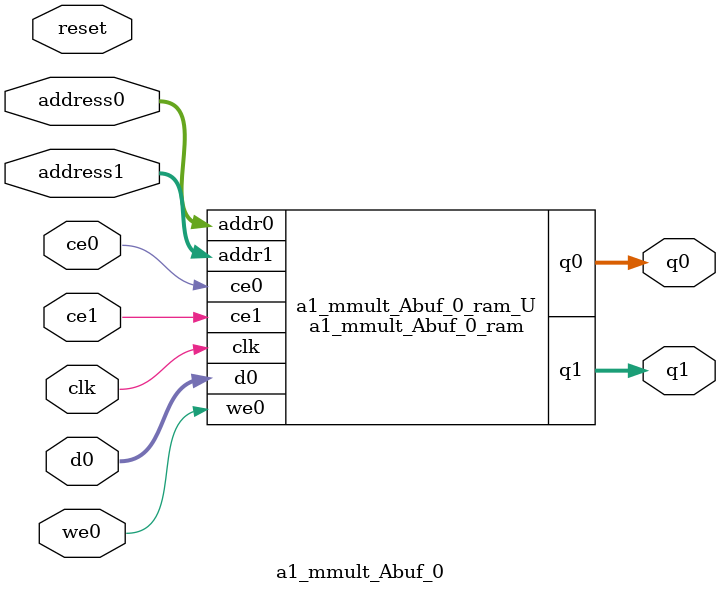
<source format=v>
`timescale 1 ns / 1 ps
module a1_mmult_Abuf_0_ram (addr0, ce0, d0, we0, q0, addr1, ce1, q1,  clk);

parameter DWIDTH = 32;
parameter AWIDTH = 6;
parameter MEM_SIZE = 64;

input[AWIDTH-1:0] addr0;
input ce0;
input[DWIDTH-1:0] d0;
input we0;
output reg[DWIDTH-1:0] q0;
input[AWIDTH-1:0] addr1;
input ce1;
output reg[DWIDTH-1:0] q1;
input clk;

(* ram_style = "block" *)reg [DWIDTH-1:0] ram[0:MEM_SIZE-1];




always @(posedge clk)  
begin 
    if (ce0) 
    begin
        if (we0) 
        begin 
            ram[addr0] <= d0; 
        end 
        q0 <= ram[addr0];
    end
end


always @(posedge clk)  
begin 
    if (ce1) 
    begin
        q1 <= ram[addr1];
    end
end


endmodule

`timescale 1 ns / 1 ps
module a1_mmult_Abuf_0(
    reset,
    clk,
    address0,
    ce0,
    we0,
    d0,
    q0,
    address1,
    ce1,
    q1);

parameter DataWidth = 32'd32;
parameter AddressRange = 32'd64;
parameter AddressWidth = 32'd6;
input reset;
input clk;
input[AddressWidth - 1:0] address0;
input ce0;
input we0;
input[DataWidth - 1:0] d0;
output[DataWidth - 1:0] q0;
input[AddressWidth - 1:0] address1;
input ce1;
output[DataWidth - 1:0] q1;



a1_mmult_Abuf_0_ram a1_mmult_Abuf_0_ram_U(
    .clk( clk ),
    .addr0( address0 ),
    .ce0( ce0 ),
    .we0( we0 ),
    .d0( d0 ),
    .q0( q0 ),
    .addr1( address1 ),
    .ce1( ce1 ),
    .q1( q1 ));

endmodule


</source>
